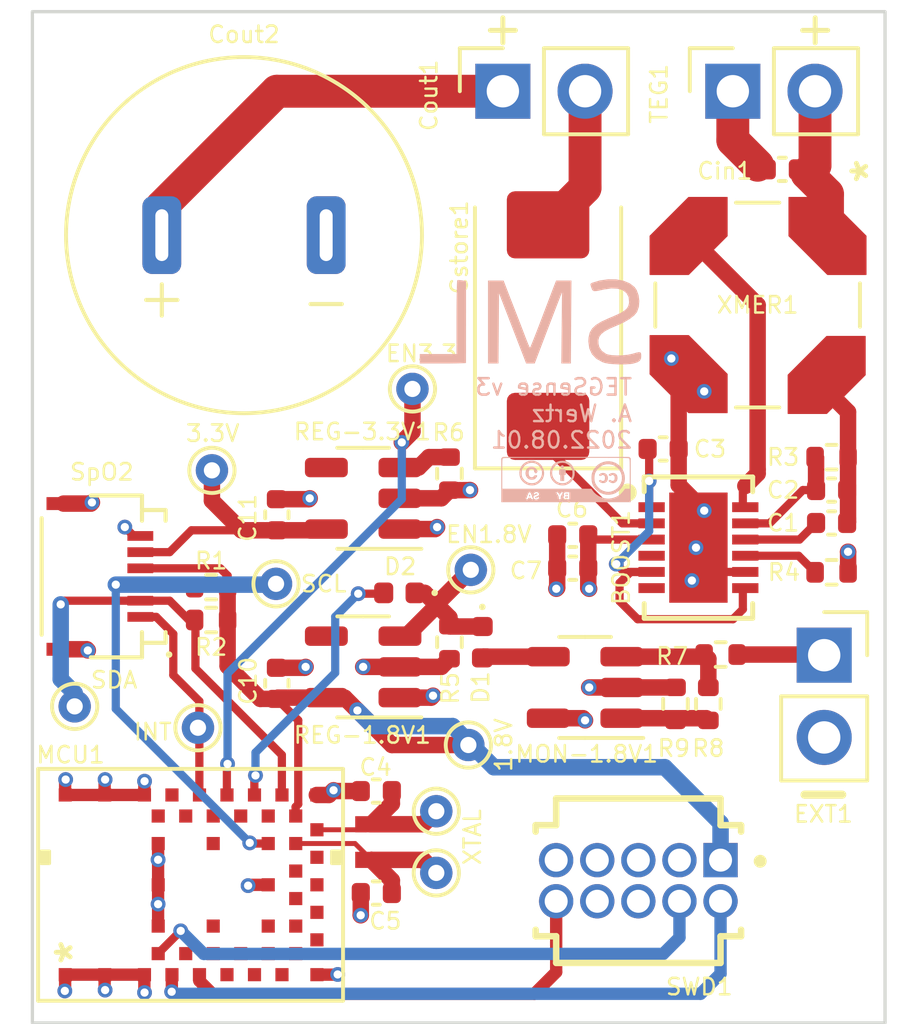
<source format=kicad_pcb>
(kicad_pcb (version 20240108) (generator "pcbnew") (generator_version "8.0")
  (layers (0 "F.Cu" signal) (1 "In1.Cu" signal) (2 "In2.Cu" signal) (31 "B.Cu" signal) (34 "B.Paste" user) (35 "F.Paste" user) (36 "B.SilkS" user "B.Silkscreen") (37 "F.SilkS" user "F.Silkscreen") (38 "B.Mask" user) (39 "F.Mask" user) (44 "Edge.Cuts" user))
  (net 0 "")
  (net 1 "Net-(C1-Pad1)")
  (net 2 "Net-(C1-Pad2)")
  (net 3 "Net-(C2-Pad2)")
  (net 4 "VAUX")
  (net 5 "GND")
  (net 6 "Net-(C4-Pad2)")
  (net 7 "Net-(C5-Pad2)")
  (net 8 "Net-(Cstore1-Pad1)")
  (net 9 "1.8V")
  (net 10 "3.3V")
  (net 11 "Net-(Cin1-Pad1)")
  (net 12 "SWDIO")
  (net 13 "SWDCLK")
  (net 14 "nRESET")
  (net 15 "SDA")
  (net 16 "SCL")
  (net 17 "SENS_INT")
  (net 18 "Net-(D1-Pad1)")
  (net 19 "MCU_EN_1.8V")
  (net 20 "Vout")
  (net 21 "EN_1.8V")
  (net 22 "Net-(R4-Pad2)")
  (net 23 "MCU_EN_3.3V")
  (net 24 "Net-(R7-Pad2)")
  (net 25 "Net-(R8-Pad2)")
  (net 28 "Net-(BOOST1-Pad12)")
  (footprint "tegsense-libs:LPR6235-752SMLC" (layer "F.Cu") (at 183.642 68.961 -90)
    (property "Reference" "XMER1")
    (property "Value" "LPR6235-752SMLC" (hide yes))
  )
  (footprint "Resistor_SMD:R_0402_1005Metric" (layer "F.Cu") (at 182.499 79.756 180)
    (property "Reference" "R7")
    (property "Value" "620k")
  )
  (footprint "posey:SAMTEC_FTSH-105-01-F-D-K" (layer "F.Cu") (at 179.955495 86.741 180)
    (property "Reference" "SWD1")
    (property "Value" "Conn_ARM_JTAG_SWD_10")
  )
  (footprint "Capacitor_SMD:C_0402_1005Metric" (layer "F.Cu") (at 184.404 64.77 180)
    (property "Reference" "Cin1")
    (property "Value" "22uF")
  )
  (footprint "Capacitor_Tantalum_SMD:CP_EIA-7343-31_Kemet-D" (layer "F.Cu") (at 177.165 69.596 90)
    (property "Reference" "Cstore1")
    (property "Value" "330u")
  )
  (footprint "Resistor_SMD:R_0402_1005Metric" (layer "F.Cu") (at 174.117 74.168 -90)
    (property "Reference" "R6")
    (property "Value" "3M")
  )
  (footprint "Diode_SMD:D_0402_1005Metric" (layer "F.Cu") (at 175.133 79.375 -90)
    (property "Reference" "D1")
    (property "Value" "0.25V")
  )
  (footprint "tegsense-libs:BMD-350-A-R" (layer "F.Cu") (at 166.116 86.868 90)
    (property "Reference" "MCU1")
    (property "Value" "uC BMD-350-A-R" (hide yes))
  )
  (footprint "Capacitor_SMD:C_0402_1005Metric" (layer "F.Cu") (at 171.8564 83.9724)
    (property "Reference" "C4")
    (property "Value" "12pF")
  )
  (footprint "Diode_SMD:D_0402_1005Metric" (layer "F.Cu") (at 172.57 77.851 180)
    (property "Reference" "D2")
    (property "Value" "0.25V")
  )
  (footprint "Capacitor_SMD:C_0402_1005Metric" (layer "F.Cu") (at 168.783 75.438 90)
    (property "Reference" "C11")
    (property "Value" "2.2uF")
  )
  (footprint "Package_TO_SOT_SMD:SOT-23-5" (layer "F.Cu") (at 178.308 80.772 180)
    (property "Reference" "MON-1.8V1")
    (property "Value" "MIC2779L")
  )
  (footprint "Package_TO_SOT_SMD:SOT-23-5" (layer "F.Cu") (at 171.45 80.137 180)
    (property "Reference" "REG-1.8V1")
    (property "Value" "S-1318-1.8V")
  )
  (footprint "Capacitor_SMD:C_0402_1005Metric" (layer "F.Cu") (at 185.928 74.676 180)
    (property "Reference" "C2")
    (property "Value" "300pF")
  )
  (footprint "tegsense-libs:KEMET_FY_Supercap" (layer "F.Cu") (at 167.767 66.802)
    (property "Reference" "Cout2")
    (property "Value" "VAR")
  )
  (footprint "tegsense-libs:TestPoint_THTPad_2x_D1.0mm_Drill0.5mm" (layer "F.Cu") (at 173.7106 85.5472 90)
    (property "Reference" "TP8" (hide yes))
    (property "Value" "XTAL")
  )
  (footprint "Resistor_SMD:R_0402_1005Metric" (layer "F.Cu") (at 166.751 77.6732 180)
    (property "Reference" "R1")
    (property "Value" "2k")
  )
  (footprint "Resistor_SMD:R_0402_1005Metric" (layer "F.Cu") (at 181.102 81.28 90)
    (property "Reference" "R9")
    (property "Value" "309k")
  )
  (footprint "Resistor_SMD:R_0402_1005Metric" (layer "F.Cu") (at 185.928 77.216 180)
    (property "Reference" "R4")
    (property "Value" "10k")
  )
  (footprint "Connector_PinSocket_2.54mm:PinSocket_1x02_P2.54mm_Vertical" (layer "F.Cu") (at 175.768 62.357 90)
    (property "Reference" "Cout1")
    (property "Value" "VAR")
  )
  (footprint "TestPoint:TestPoint_THTPad_D1.0mm_Drill0.5mm" (layer "F.Cu") (at 172.974 71.5518)
    (property "Reference" "TP4" (hide yes))
    (property "Value" "EN3.3")
  )
  (footprint "TestPoint:TestPoint_THTPad_D1.0mm_Drill0.5mm" (layer "F.Cu") (at 174.7012 82.55)
    (property "Reference" "TP1" (hide yes))
    (property "Value" "1.8V")
  )
  (footprint "posey:XTAL_ECS-.327-9-16-TR" (layer "F.Cu") (at 171.704 85.5472 90)
    (property "Reference" "Y1" (hide yes))
    (property "Value" "XTAL")
  )
  (footprint "TestPoint:TestPoint_THTPad_D1.0mm_Drill0.5mm" (layer "F.Cu") (at 166.7764 74.0664)
    (property "Reference" "TP5" (hide yes))
    (property "Value" "3.3V")
  )
  (footprint "Capacitor_SMD:C_0402_1005Metric" (layer "F.Cu") (at 168.783 80.645 90)
    (property "Reference" "C10")
    (property "Value" "2.2uF")
  )
  (footprint "Connector_PinSocket_2.54mm:PinSocket_1x02_P2.54mm_Vertical" (layer "F.Cu") (at 182.875 62.357 90)
    (property "Reference" "TEG1")
    (property "Value" "TEG")
  )
  (footprint "Capacitor_SMD:C_0402_1005Metric" (layer "F.Cu") (at 180.721 73.406)
    (property "Reference" "C3")
    (property "Value" "1uF")
  )
  (footprint "TestPoint:TestPoint_THTPad_D1.0mm_Drill0.5mm" (layer "F.Cu") (at 174.7774 77.1398)
    (property "Reference" "TP3" (hide yes))
    (property "Value" "EN1.8V")
  )
  (footprint "Resistor_SMD:R_0402_1005Metric" (layer "F.Cu") (at 166.751 78.6892 180)
    (property "Reference" "R2")
    (property "Value" "2k")
  )
  (footprint "Connector_PinSocket_2.54mm:PinSocket_1x02_P2.54mm_Vertical" (layer "F.Cu") (at 185.699 79.776)
    (property "Reference" "EXT1")
    (property "Value" "Conn_01x02")
  )
  (footprint "TestPoint:TestPoint_THTPad_D1.0mm_Drill0.5mm" (layer "F.Cu") (at 168.7576 77.5716)
    (property "Reference" "TP6" (hide yes))
    (property "Value" "SCL")
  )
  (footprint "Capacitor_SMD:C_0402_1005Metric" (layer "F.Cu") (at 177.927 76.073)
    (property "Reference" "C6")
    (property "Value" "1uF")
  )
  (footprint "TestPoint:TestPoint_THTPad_D1.0mm_Drill0.5mm" (layer "F.Cu") (at 162.5346 81.3562)
    (property "Reference" "TP7" (hide yes))
    (property "Value" "SDA")
  )
  (footprint "Resistor_SMD:R_0402_1005Metric" (layer "F.Cu") (at 182.118 81.28 -90)
    (property "Reference" "R8")
    (property "Value" "66.5k")
  )
  (footprint "tegsense-libs:TE_2328702-6" (layer "F.Cu") (at 164.563501 77.343 -90)
    (property "Reference" "SpO2")
    (property "Value" "2328702-6")
  )
  (footprint "Capacitor_SMD:C_0402_1005Metric" (layer "F.Cu") (at 185.928 75.692 180)
    (property "Reference" "C1")
    (property "Value" "1nF")
  )
  (footprint "Resistor_SMD:R_0402_1005Metric" (layer "F.Cu") (at 185.928 73.66 180)
    (property "Reference" "R3")
    (property "Value" "499k")
  )
  (footprint "Capacitor_SMD:C_0402_1005Metric" (layer "F.Cu") (at 177.927 77.089 180)
    (property "Reference" "C7")
    (property "Value" "2.2uF")
  )
  (footprint "Resistor_SMD:R_0402_1005Metric" (layer "F.Cu") (at 174.117 79.375 -90)
    (property "Reference" "R5")
    (property "Value" "3M")
  )
  (footprint "TestPoint:TestPoint_THTPad_D1.0mm_Drill0.5mm" (layer "F.Cu") (at 166.3446 82.0166)
    (property "Reference" "TP2" (hide yes))
    (property "Value" "INT")
  )
  (footprint "tegsense-libs:DFN-12_DE" (layer "F.Cu") (at 181.812209 76.454)
    (property "Reference" "BOOST1")
    (property "Value" "LTC3108IDEPBF")
  )
  (footprint "Package_TO_SOT_SMD:SOT-23-5" (layer "F.Cu") (at 171.45 74.93 180)
    (property "Reference" "REG-3.3V1")
    (property "Value" "S-1318-3.3V")
  )
  (footprint "Capacitor_SMD:C_0402_1005Metric" (layer "F.Cu") (at 171.8564 87.122)
    (property "Reference" "C5")
    (property "Value" "12pF")
  )
  (footprint "tegsense-libs:zgfx-sml-logo" (layer "B.Cu") (at 176.6062 69.469 180)
    (property "Reference" "G***" (hide yes))
    (property "Value" "LOGO" (hide yes))
  )
  (footprint "tegsense-libs:zgfx-cc-by-sa" (layer "B.Cu") (at 177.7238 74.3458 180)
    (property "Reference" "G***" (hide yes))
    (property "Value" "LOGO" (hide yes))
  )
  (gr_rect (start 161.227 59.9) (end 187.579 91.1352) (stroke (width 0.1)) (fill none) (layer "Edge.Cuts"))
  (gr_text "TEGSense v3\nA. Wertz\n2022.08.01" (at 179.8066 72.3138 0) (layer "B.SilkS") (effects (font (size 0.508 0.508) (thickness 0.0762)) (justify left mirror)))
  (gr_text "-" (at 185.674 83.9724 0) (layer "F.SilkS") (effects (font (size 1.524 1.524) (thickness 0.254))))
  (gr_text "+" (at 185.42 60.4012 0) (layer "F.SilkS") (effects (font (size 1.016 1.016) (thickness 0.1524))))
  (gr_text "+" (at 175.768 60.4012 0) (layer "F.SilkS") (effects (font (size 1.016 1.016) (thickness 0.1524))))
  (segment (start 186.436 75.664) (end 186.408 75.692) (width 0.508) (layer "F.Cu") (net 1))
  (segment (start 186.436 72.263) (end 186.436 75.664) (width 0.508) (layer "F.Cu") (net 1))
  (segment (start 185.7756 71.6026) (end 186.436 72.263) (width 0.508) (layer "F.Cu") (net 1))
  (segment (start 185.7756 71.12) (end 185.7756 71.6026) (width 0.508) (layer "F.Cu") (net 1))
  (segment (start 183.1848 76.204) (end 184.936 76.204) (width 0.254) (layer "F.Cu") (net 2))
  (segment (start 184.936 76.204) (end 185.448 75.692) (width 0.254) (layer "F.Cu") (net 2))
  (segment (start 185.448 73.69) (end 185.418 73.66) (width 0.508) (layer "F.Cu") (net 3))
  (segment (start 183.1848 75.704) (end 184.011 75.704) (width 0.254) (layer "F.Cu") (net 3))
  (segment (start 185.448 74.676) (end 185.448 73.69) (width 0.508) (layer "F.Cu") (net 3))
  (segment (start 184.011 75.704) (end 185.039 74.676) (width 0.254) (layer "F.Cu") (net 3))
  (segment (start 185.039 74.676) (end 185.448 74.676) (width 0.254) (layer "F.Cu") (net 3))
  (segment (start 180.2892 74.3966) (end 180.2892 73.4542) (width 0.254) (layer "F.Cu") (net 4))
  (segment (start 179.717 77.204) (end 179.3748 77.5462) (width 0.254) (layer "F.Cu") (net 4))
  (segment (start 183.1902 77.704) (end 183.1848 77.704) (width 0.254) (layer "F.Cu") (net 4))
  (segment (start 179.3748 78.105) (end 179.9336 78.6638) (width 0.254) (layer "F.Cu") (net 4))
  (segment (start 183.1848 78.359) (end 183.1848 77.704) (width 0.254) (layer "F.Cu") (net 4))
  (segment (start 179.3748 77.5462) (end 179.3748 78.105) (width 0.254) (layer "F.Cu") (net 4))
  (segment (start 180.2892 73.4542) (end 180.241 73.406) (width 0.254) (layer "F.Cu") (net 4))
  (segment (start 180.2892 77.204) (end 179.717 77.204) (width 0.254) (layer "F.Cu") (net 4))
  (segment (start 179.9336 78.6638) (end 182.88 78.6638) (width 0.254) (layer "F.Cu") (net 4))
  (segment (start 180.2892 77.204) (end 179.5152 77.204) (width 0.254) (layer "F.Cu") (net 4))
  (segment (start 182.88 78.6638) (end 183.1848 78.359) (width 0.254) (layer "F.Cu") (net 4))
  (segment (start 180.2892 75.204) (end 180.2892 74.3966) (width 0.254) (layer "F.Cu") (net 4))
  (segment (start 179.5152 77.204) (end 179.2732 76.962) (width 0.254) (layer "F.Cu") (net 4))
  (via (at 180.2892 74.3966) (size 0.4572) (drill 0.254) (layers "F.Cu" "B.Cu") (net 4))
  (via (at 179.2732 76.962) (size 0.4572) (drill 0.254) (layers "F.Cu" "B.Cu") (net 4))
  (segment (start 180.2892 75.946) (end 180.2892 74.3966) (width 0.254) (layer "B.Cu") (net 4))
  (segment (start 179.2732 76.962) (end 180.2892 75.946) (width 0.254) (layer "B.Cu") (net 4))
  (segment (start 181.5084 71.1454) (end 181.991 71.628) (width 0.508) (layer "F.Cu") (net 5))
  (segment (start 162.239499 84.092999) (end 162.239499 83.632501) (width 0.381) (layer "F.Cu") (net 5))
  (segment (start 169.771 74.958) (end 169.799 74.93) (width 0.508) (layer "F.Cu") (net 5))
  (segment (start 179.5725 80.772) (end 181.1 80.772) (width 0.508) (layer "F.Cu") (net 5))
  (segment (start 164.687501 90.189301) (end 164.6936 90.1954) (width 0.381) (layer "F.Cu") (net 5))
  (segment (start 178.308 65.3405) (end 177.165 66.4835) (width 1.016) (layer "F.Cu") (net 5))
  (segment (start 172.5875 80.137) (end 173.865 80.137) (width 0.508) (layer "F.Cu") (net 5))
  (segment (start 170.017499 89.643) (end 170.6562 89.643) (width 0.381) (layer "F.Cu") (net 5))
  (segment (start 181.201 73.406) (end 181.201 74.521) (width 0.508) (layer "F.Cu") (net 5))
  (segment (start 177.447 76.073) (end 177.447 77.089) (width 0.508) (layer "F.Cu") (net 5))
  (segment (start 173.865 74.93) (end 174.117 74.678) (width 0.508) (layer "F.Cu") (net 5))
  (segment (start 163.032 75.093) (end 163.068 75.057) (width 0.508) (layer "F.Cu") (net 5))
  (segment (start 163.459499 89.643001) (end 163.459499 90.104299) (width 0.381) (layer "F.Cu") (net 5))
  (segment (start 171.3764 87.8052) (end 171.3738 87.8078) (width 0.508) (layer "F.Cu") (net 5))
  (segment (start 181.737 75.565) (end 181.991 75.311) (width 0.508) (layer "F.Cu") (net 5))
  (segment (start 162.239499 89.643001) (end 164.687501 89.643001) (width 0.381) (layer "F.Cu") (net 5))
  (segment (start 162.1905 79.593) (end 162.905 79.593) (width 0.508) (layer "F.Cu") (net 5))
  (segment (start 177.447 77.089) (end 177.447 77.696) (width 0.508) (layer "F.Cu") (net 5))
  (segment (start 164.6905 76.093) (end 164.358 76.093) (width 0.254) (layer "F.Cu") (net 5))
  (segment (start 164.358 76.093) (end 164.084 75.819) (width 0.254) (layer "F.Cu") (net 5))
  (segment (start 162.905 79.593) (end 162.941 79.629) (width 0.508) (layer "F.Cu") (net 5))
  (segment (start 162.239499 83.632501) (end 162.2552 83.6168) (width 0.381) (layer "F.Cu") (net 5))
  (segment (start 173.865 80.137) (end 174.117 79.885) (width 0.508) (layer "F.Cu") (net 5))
  (segment (start 174.117 74.678) (end 174.75 74.678) (width 0.508) (layer "F.Cu") (net 5))
  (segment (start 181.5084 71.0946) (end 181.5084 71.1454) (width 0.508) (layer "F.Cu") (net 5))
  (segment (start 183.1848 77.204) (end 182.487 77.204) (width 0.254) (layer "F.Cu") (net 5))
  (segment (start 162.239499 89.643001) (end 162.239499 90.134901) (width 0.381) (layer "F.Cu") (net 5))
  (segment (start 164.687501 89.643001) (end 164.687501 90.189301) (width 0.381) (layer "F.Cu") (net 5))
  (segment (start 164.687501 84.092999) (end 164.687501 83.673699) (width 0.381) (layer "F.Cu") (net 5))
  (segment (start 181.201 74.521) (end 181.991 75.311) (width 0.508) (layer "F.Cu") (net 5))
  (segment (start 179.5725 80.772) (end 178.435 80.772) (width 0.508) (layer "F.Cu") (net 5))
  (segment (start 177.447 77.696) (end 177.419 77.724) (width 0.508) (layer "F.Cu") (net 5))
  (segment (start 181.201 71.402) (end 181.5084 71.0946) (width 0.508) (layer "F.Cu") (net 5))
  (segment (start 181.1 80.772) (end 181.102 80.77) (width 0.508) (layer "F.Cu") (net 5))
  (segment (start 172.5875 74.93) (end 173.865 74.93) (width 0.508) (layer "F.Cu") (net 5))
  (segment (start 162.1905 75.093) (end 163.032 75.093) (width 0.508) (layer "F.Cu") (net 5))
  (segment (start 168.512499 86.867999) (end 167.919401 86.867999) (width 0.381) (layer "F.Cu") (net 5))
  (segment (start 163.459499 83.631701) (end 163.4744 83.6168) (width 0.381) (layer "F.Cu") (net 5))
  (segment (start 170.3896 84.093) (end 170.5356 83.947) (width 0.508) (layer "F.Cu") (net 5))
  (segment (start 171.3764 83.9724) (end 170.561 83.9724) (width 0.508) (layer "F.Cu") (net 5))
  (segment (start 181.4576 71.0946) (end 180.975 70.612) (width 0.508) (layer "F.Cu") (net 5))
  (segment (start 164.687501 83.673699) (end 164.6936 83.6676) (width 0.381) (layer "F.Cu") (net 5))
  (segment (start 174.75 74.678) (end 174.752 74.676) (width 0.508) (layer "F.Cu") (net 5))
  (segment (start 170.6562 89.643) (end 170.6626 89.6366) (width 0.381) (layer "F.Cu") (net 5))
  (segment (start 181.5084 71.0946) (end 181.4576 71.0946) (width 0.508) (layer "F.Cu") (net 5))
  (segment (start 182.875 63.876) (end 183.642 64.643) (width 1.016) (layer "F.Cu") (net 5))
  (segment (start 163.459499 90.104299) (end 163.4744 90.1192) (width 0.381) (layer "F.Cu") (net 5))
  (segment (start 169.644 80.165) (end 169.672 80.137) (width 0.508) (layer "F.Cu") (net 5))
  (segment (start 181.737 76.454) (end 181.737 75.565) (width 0.508) (layer "F.Cu") (net 5))
  (segment (start 163.459499 84.092999) (end 163.459499 83.631701) (width 0.381) (layer "F.Cu") (net 5))
  (segment (start 178.308 62.357) (end 178.308 65.3405) (width 1.016) (layer "F.Cu") (net 5))
  (segment (start 172.5875 80.137) (end 171.45 80.137) (width 0.508) (layer "F.Cu") (net 5))
  (segment (start 171.3764 87.122) (end 171.3764 87.8052) (width 0.508) (layer "F.Cu") (net 5))
  (segment (start 162.239499 84.092999) (end 164.687501 84.092999) (width 0.381) (layer "F.Cu") (net 5))
  (segment (start 162.239499 90.134901) (end 162.2298 90.1446) (width 0.381) (layer "F.Cu") (net 5))
  (segment (start 181.737 77.343) (end 181.61 77.47) (width 0.508) (layer "F.Cu") (net 5))
  (segment (start 181.737 76.454) (end 181.737 77.343) (width 0.508) (layer "F.Cu") (net 5))
  (segment (start 168.783 74.958) (end 169.771 74.958) (width 0.508) (layer "F.Cu") (net 5))
  (segment (start 168.783 80.165) (end 169.644 80.165) (width 0.508) (layer "F.Cu") (net 5))
  (segment (start 170.017499 84.093) (end 170.3896 84.093) (width 0.508) (layer "F.Cu") (net 5))
  (segment (start 165.112499 86.093501) (end 165.112499 88.142999) (width 0.381) (layer "F.Cu") (net 5))
  (segment (start 167.919401 86.867999) (end 167.894 86.8934) (width 0.381) (layer "F.Cu") (net 5))
  (segment (start 181.201 73.406) (end 181.201 71.402) (width 0.508) (layer "F.Cu") (net 5))
  (segment (start 182.487 77.204) (end 181.737 76.454) (width 0.254) (layer "F.Cu") (net 5))
  (segment (start 182.875 62.357) (end 182.875 63.876) (width 1.016) (layer "F.Cu") (net 5))
  (segment (start 165.112499 85.592999) (end 165.112499 86.093501) (width 0.381) (layer "F.Cu") (net 5))
  (via (at 164.6936 83.6676) (size 0.4572) (drill 0.254) (layers "F.Cu" "B.Cu") (net 5))
  (via (at 174.752 74.676) (size 0.4572) (drill 0.254) (layers "F.Cu" "B.Cu") (net 5))
  (via (at 163.068 75.057) (size 0.4572) (drill 0.254) (layers "F.Cu" "B.Cu") (net 5))
  (via (at 170.5356 83.947) (size 0.4572) (drill 0.254) (layers "F.Cu" "B.Cu") (net 5))
  (via (at 181.991 71.628) (size 0.4572) (drill 0.254) (layers "F.Cu" "B.Cu") (net 5))
  (via (at 165.112499 87.464699) (size 0.4572) (drill 0.254) (layers "F.Cu" "B.Cu") (net 5))
  (via (at 169.799 74.93) (size 0.4572) (drill 0.254) (layers "F.Cu" "B.Cu") (net 5))
  (via (at 171.45 80.137) (size 0.4572) (drill 0.254) (layers "F.Cu" "B.Cu") (net 5))
  (via (at 164.084 75.819) (size 0.4572) (drill 0.254) (layers "F.Cu" "B.Cu") (net 5))
  (via (at 181.61 77.47) (size 0.4572) (drill 0.254) (layers "F.Cu" "B.Cu") (net 5))
  (via (at 169.672 80.137) (size 0.4572) (drill 0.254) (layers "F.Cu" "B.Cu") (net 5))
  (via (at 163.4744 90.1192) (size 0.4572) (drill 0.254) (layers "F.Cu" "B.Cu") (net 5))
  (via (at 171.3738 87.8078) (size 0.4572) (drill 0.254) (layers "F.Cu" "B.Cu") (net 5))
  (via (at 170.6626 89.6366) (size 0.4572) (drill 0.254) (layers "F.Cu" "B.Cu") (net 5))
  (via (at 165.112499 86.093501) (size 0.4572) (drill 0.254) (layers "F.Cu" "B.Cu") (net 5))
  (via (at 181.737 76.454) (size 0.4572) (drill 0.254) (layers "F.Cu" "B.Cu") (net 5))
  (via (at 162.2298 90.1446) (size 0.4572) (drill 0.254) (layers "F.Cu" "B.Cu") (net 5))
  (via (at 164.6936 90.1954) (size 0.4572) (drill 0.254) (layers "F.Cu" "B.Cu") (net 5))
  (via (at 167.894 86.8934) (size 0.4572) (drill 0.254) (layers "F.Cu" "B.Cu") (net 5))
  (via (at 181.991 75.311) (size 0.4572) (drill 0.254) (layers "F.Cu" "B.Cu") (net 5))
  (via (at 162.2552 83.6168) (size 0.4572) (drill 0.254) (layers "F.Cu" "B.Cu") (net 5))
  (via (at 178.435 80.772) (size 0.4572) (drill 0.254) (layers "F.Cu" "B.Cu") (net 5))
  (via (at 163.4744 83.6168) (size 0.4572) (drill 0.254) (layers "F.Cu" "B.Cu") (net 5))
  (via (at 177.419 77.724) (size 0.4572) (drill 0.254) (layers "F.Cu" "B.Cu") (net 5))
  (via (at 180.975 70.612) (size 0.4572) (drill 0.254) (layers "F.Cu" "B.Cu") (net 5))
  (via (at 162.941 79.629) (size 0.4572) (drill 0.254) (layers "F.Cu" "B.Cu") (net 5))
  (segment (start 171.704 84.9972) (end 173.3081 84.9972) (width 0.508) (layer "F.Cu") (net 6))
  (segment (start 171.533199 85.168001) (end 171.704 84.9972) (width 0.1524) (layer "F.Cu") (net 6))
  (segment (start 173.3081 84.9972) (end 173.7106 84.5947) (width 0.508) (layer "F.Cu") (net 6))
  (segment (start 172.3364 83.9724) (end 172.3364 84.3648) (width 0.508) (layer "F.Cu") (net 6))
  (segment (start 170.020999 85.168001) (end 171.533199 85.168001) (width 0.1524) (layer "F.Cu") (net 6))
  (segment (start 172.3364 84.3648) (end 171.704 84.9972) (width 0.508) (layer "F.Cu") (net 6))
  (segment (start 171.199799 85.592999) (end 171.704 86.0972) (width 0.1524) (layer "F.Cu") (net 7))
  (segment (start 172.2589 86.6521) (end 171.704 86.0972) (width 0.508) (layer "F.Cu") (net 7))
  (segment (start 171.704 86.0972) (end 173.3081 86.0972) (width 0.508) (layer "F.Cu") (net 7))
  (segment (start 173.3081 86.0972) (end 173.7106 86.4997) (width 0.508) (layer "F.Cu") (net 7))
  (segment (start 169.365999 85.592999) (end 171.199799 85.592999) (width 0.1524) (layer "F.Cu") (net 7))
  (segment (start 172.3364 86.7296) (end 171.704 86.0972) (width 0.508) (layer "F.Cu") (net 7))
  (segment (start 172.3364 87.122) (end 172.3364 86.7296) (width 0.508) (layer "F.Cu") (net 7))
  (segment (start 177.165 73.406) (end 177.165 72.7085) (width 0.254) (layer "F.Cu") (net 8))
  (segment (start 179.463 75.704) (end 177.165 73.406) (width 0.254) (layer "F.Cu") (net 8))
  (segment (start 180.2892 75.704) (end 179.463 75.704) (width 0.254) (layer "F.Cu") (net 8))
  (segment (start 167.261 77.3196) (end 167.261 77.6732) (width 0.254) (layer "F.Cu") (net 9))
  (segment (start 167.261 80.1136) (end 167.261 77.6732) (width 0.508) (layer "F.Cu") (net 9))
  (segment (start 169.4434 84.3788) (end 169.4434 81.7854) (width 0.254) (layer "F.Cu") (net 9))
  (segment (start 169.362499 84.459701) (end 169.4434 84.3788) (width 0.254) (layer "F.Cu") (net 9))
  (segment (start 168.783 81.125) (end 168.2724 81.125) (width 0.508) (layer "F.Cu") (net 9))
  (segment (start 169.4434 81.7854) (end 168.783 81.125) (width 0.254) (layer "F.Cu") (net 9))
  (segment (start 167.0344 77.093) (end 167.261 77.3196) (width 0.254) (layer "F.Cu") (net 9))
  (segment (start 168.821 81.087) (end 168.783 81.125) (width 0.508) (layer "F.Cu") (net 9))
  (segment (start 170.876 81.087) (end 171.2722 81.4832) (width 0.508) (layer "F.Cu") (net 9))
  (segment (start 170.3125 81.087) (end 168.821 81.087) (width 0.508) (layer "F.Cu") (net 9))
  (segment (start 171.2722 81.4832) (end 172.339 82.55) (width 0.508) (layer "F.Cu") (net 9))
  (segment (start 172.339 82.55) (end 174.7012 82.55) (width 0.508) (layer "F.Cu") (net 9))
  (segment (start 170.3125 81.087) (end 170.876 81.087) (width 0.508) (layer "F.Cu") (net 9))
  (segment (start 164.6905 77.093) (end 167.0344 77.093) (width 0.254) (layer "F.Cu") (net 9))
  (segment (start 169.362499 84.742999) (end 169.362499 84.459701) (width 0.254) (layer "F.Cu") (net 9))
  (segment (start 168.2724 81.125) (end 167.261 80.1136) (width 0.508) (layer "F.Cu") (net 9))
  (via (at 171.2722 81.4832) (size 0.4572) (drill 0.254) (layers "F.Cu" "B.Cu") (net 9))
  (segment (start 175.4886 83.2358) (end 180.7718 83.2358) (width 0.508) (layer "B.Cu") (net 9))
  (segment (start 180.7718 83.2358) (end 182.4955 84.9595) (width 0.508) (layer "B.Cu") (net 9))
  (segment (start 174.2186 81.9658) (end 175.4886 83.2358) (width 0.508) (layer "B.Cu") (net 9))
  (segment (start 171.7548 81.9658) (end 174.2186 81.9658) (width 0.508) (layer "B.Cu") (net 9))
  (segment (start 171.2722 81.4832) (end 171.7548 81.9658) (width 0.508) (layer "B.Cu") (net 9))
  (segment (start 182.4955 84.9595) (end 182.4955 86.36) (width 0.508) (layer "B.Cu") (net 9))
  (segment (start 165.469 76.593) (end 166.144 75.918) (width 0.254) (layer "F.Cu") (net 10))
  (segment (start 168.783 75.918) (end 167.6882 75.918) (width 0.508) (layer "F.Cu") (net 10))
  (segment (start 170.2745 75.918) (end 170.3125 75.88) (width 0.508) (layer "F.Cu") (net 10))
  (segment (start 166.7764 74.0664) (end 166.7764 75.0062) (width 0.508) (layer "F.Cu") (net 10))
  (segment (start 168.783 75.918) (end 170.2745 75.918) (width 0.508) (layer "F.Cu") (net 10))
  (segment (start 164.6905 76.593) (end 165.469 76.593) (width 0.254) (layer "F.Cu") (net 10))
  (segment (start 166.7764 75.0062) (end 167.6882 75.918) (width 0.508) (layer "F.Cu") (net 10))
  (segment (start 166.144 75.918) (end 167.6882 75.918) (width 0.254) (layer "F.Cu") (net 10))
  (segment (start 185.166 64.897) (end 185.415 64.648) (width 1.016) (layer "F.Cu") (net 11))
  (segment (start 185.801 66.8274) (end 185.801 65.532) (width 1.016) (layer "F.Cu") (net 11))
  (segment (start 185.801 65.532) (end 185.166 64.897) (width 1.016) (layer "F.Cu") (net 11))
  (segment (start 185.415 64.648) (end 185.415 62.357) (width 1.016) (layer "F.Cu") (net 11))
  (segment (start 165.537501 90.164299) (end 165.5318 90.17) (width 0.381) (layer "F.Cu") (net 12))
  (segment (start 165.537501 89.643001) (end 165.537501 90.164299) (width 0.381) (layer "F.Cu") (net 12))
  (via (at 165.5318 90.17) (size 0.4572) (drill 0.254) (layers "F.Cu" "B.Cu") (net 12))
  (segment (start 165.59578 90.23398) (end 181.87622 90.23398) (width 0.381) (layer "B.Cu") (net 12))
  (segment (start 182.4955 89.6147) (end 182.4955 87.63) (width 0.381) (layer "B.Cu") (net 12))
  (segment (start 181.87622 90.23398) (end 182.4955 89.6147) (width 0.381) (layer "B.Cu") (net 12))
  (segment (start 165.5318 90.17) (end 165.59578 90.23398) (width 0.381) (layer "B.Cu") (net 12))
  (segment (start 165.112499 88.992999) (end 165.112499 88.989101) (width 0.254) (layer "F.Cu") (net 13))
  (segment (start 165.112499 88.989101) (end 165.8112 88.2904) (width 0.254) (layer "F.Cu") (net 13))
  (via (at 165.8112 88.2904) (size 0.4572) (drill 0.254) (layers "F.Cu" "B.Cu") (net 13))
  (segment (start 165.8112 88.2904) (end 166.5224 89.0016) (width 0.381) (layer "B.Cu") (net 13))
  (segment (start 181.2255 88.4971) (end 181.2255 87.63) (width 0.381) (layer "B.Cu") (net 13))
  (segment (start 180.721 89.0016) (end 181.2255 88.4971) (width 0.381) (layer "B.Cu") (net 13))
  (segment (start 166.5224 89.0016) (end 180.721 89.0016) (width 0.381) (layer "B.Cu") (net 13))
  (segment (start 166.788057 90.23398) (end 176.74542 90.23398) (width 0.381) (layer "F.Cu") (net 14))
  (segment (start 166.387499 89.833422) (end 166.788057 90.23398) (width 0.381) (layer "F.Cu") (net 14))
  (segment (start 176.74542 90.23398) (end 177.4155 89.5639) (width 0.381) (layer "F.Cu") (net 14))
  (segment (start 166.387499 89.643001) (end 166.387499 89.833422) (width 0.381) (layer "F.Cu") (net 14))
  (segment (start 177.4155 89.5639) (end 177.4155 87.63) (width 0.381) (layer "F.Cu") (net 14))
  (segment (start 168.937499 84.092999) (end 168.937499 82.856899) (width 0.254) (layer "F.Cu") (net 15))
  (segment (start 166.2664 80.1858) (end 166.2664 78.6638) (width 0.254) (layer "F.Cu") (net 15))
  (segment (start 165.469 78.093) (end 166.0398 78.6638) (width 0.254) (layer "F.Cu") (net 15))
  (segment (start 164.6905 78.093) (end 165.469 78.093) (width 0.254) (layer "F.Cu") (net 15))
  (segment (start 166.0398 78.6638) (end 166.2664 78.6638) (width 0.254) (layer "F.Cu") (net 15))
  (segment (start 164.563501 78.093) (end 162.2164 78.093) (width 0.254) (layer "F.Cu") (net 15))
  (segment (start 168.937499 82.856899) (end 166.2664 80.1858) (width 0.254) (layer "F.Cu") (net 15))
  (segment (start 162.2164 78.093) (end 162.1028 78.2066) (width 0.254) (layer "F.Cu") (net 15))
  (via (at 162.1028 78.2066) (size 0.4572) (drill 0.254) (layers "F.Cu" "B.Cu") (net 15))
  (segment (start 162.5346 80.9498) (end 162.1028 80.518) (width 0.508) (layer "B.Cu") (net 15))
  (segment (start 162.1028 80.518) (end 162.1028 78.2066) (width 0.508) (layer "B.Cu") (net 15))
  (segment (start 162.5346 81.3562) (end 162.5346 80.9498) (width 0.508) (layer "B.Cu") (net 15))
  (segment (start 168.512499 85.592999) (end 167.965199 85.592999) (width 0.254) (layer "F.Cu") (net 16))
  (segment (start 167.965199 85.592999) (end 167.9448 85.5726) (width 0.254) (layer "F.Cu") (net 16))
  (segment (start 164.6905 77.593) (end 166.1608 77.593) (width 0.254) (layer "F.Cu") (net 16))
  (segment (start 166.1608 77.593) (end 166.241 77.6732) (width 0.254) (layer "F.Cu") (net 16))
  (segment (start 164.6865 77.597) (end 164.6905 77.593) (width 0.254) (layer "F.Cu") (net 16))
  (segment (start 163.8046 77.597) (end 164.6865 77.597) (width 0.254) (layer "F.Cu") (net 16))
  (via (at 163.8046 77.597) (size 0.4572) (drill 0.254) (layers "F.Cu" "B.Cu") (net 16))
  (via (at 167.9448 85.5726) (size 0.4572) (drill 0.254) (layers "F.Cu" "B.Cu") (net 16))
  (segment (start 163.8046 81.4324) (end 163.8046 77.597) (width 0.254) (layer "B.Cu") (net 16))
  (segment (start 167.9448 85.5726) (end 163.8046 81.4324) (width 0.254) (layer "B.Cu") (net 16))
  (segment (start 168.7322 77.597) (end 168.7576 77.5716) (width 0.508) (layer "B.Cu") (net 16))
  (segment (start 163.8046 77.597) (end 168.7322 77.597) (width 0.508) (layer "B.Cu") (net 16))
  (segment (start 165.5826 79.121) (end 165.0546 78.593) (width 0.254) (layer "F.Cu") (net 17))
  (segment (start 166.387499 81.195899) (end 165.5826 80.391) (width 0.254) (layer "F.Cu") (net 17))
  (segment (start 166.387499 84.092999) (end 166.387499 81.195899) (width 0.254) (layer "F.Cu") (net 17))
  (segment (start 165.5826 80.391) (end 165.5826 79.121) (width 0.254) (layer "F.Cu") (net 17))
  (segment (start 165.0546 78.593) (end 164.6905 78.593) (width 0.254) (layer "F.Cu") (net 17))
  (segment (start 174.117 78.613) (end 173.736 78.232) (width 0.508) (layer "F.Cu") (net 18))
  (segment (start 174.142 78.89) (end 174.117 78.865) (width 0.508) (layer "F.Cu") (net 18))
  (segment (start 173.736 78.232) (end 173.355 77.851) (width 0.508) (layer "F.Cu") (net 18))
  (segment (start 174.7774 77.1398) (end 173.736 78.1812) (width 0.508) (layer "F.Cu") (net 18))
  (segment (start 173.736 78.1812) (end 173.736 78.232) (width 0.508) (layer "F.Cu") (net 18))
  (segment (start 175.133 78.89) (end 174.142 78.89) (width 0.508) (layer "F.Cu") (net 18))
  (segment (start 172.5875 79.187) (end 172.781 79.187) (width 0.508) (layer "F.Cu") (net 18))
  (segment (start 172.781 79.187) (end 173.736 78.232) (width 0.508) (layer "F.Cu") (net 18))
  (segment (start 173.355 77.851) (end 173.055 77.851) (width 0.508) (layer "F.Cu") (net 18))
  (segment (start 174.117 78.865) (end 174.117 78.613) (width 0.508) (layer "F.Cu") (net 18))
  (segment (start 171.2976 77.8764) (end 172.0596 77.8764) (width 0.254) (layer "F.Cu") (net 19))
  (segment (start 168.087501 84.092999) (end 168.087501 83.524899) (width 0.254) (layer "F.Cu") (net 19))
  (segment (start 168.087501 83.524899) (end 168.1226 83.4898) (width 0.254) (layer "F.Cu") (net 19))
  (segment (start 172.0596 77.8764) (end 172.085 77.851) (width 0.254) (layer "F.Cu") (net 19))
  (via (at 168.1226 83.4898) (size 0.4572) (drill 0.254) (layers "F.Cu" "B.Cu") (net 19))
  (via (at 171.2976 77.8764) (size 0.4572) (drill 0.254) (layers "F.Cu" "B.Cu") (net 19))
  (segment (start 170.5864 78.5876) (end 171.2976 77.8764) (width 0.254) (layer "B.Cu") (net 19))
  (segment (start 168.1226 82.782591) (end 170.5864 80.318791) (width 0.254) (layer "B.Cu") (net 19))
  (segment (start 170.5864 78.9432) (end 170.5864 78.5876) (width 0.254) (layer "B.Cu") (net 19))
  (segment (start 170.5864 80.318791) (end 170.5864 78.9432) (width 0.254) (layer "B.Cu") (net 19))
  (segment (start 168.1226 83.4898) (end 168.1226 82.782591) (width 0.254) (layer "B.Cu") (net 19))
  (segment (start 178.538 76.204) (end 178.407 76.073) (width 0.254) (layer "F.Cu") (net 20))
  (segment (start 165.227 65.913) (end 168.783 62.357) (width 1.016) (layer "F.Cu") (net 20))
  (segment (start 173.548 81.087) (end 173.609 81.026) (width 0.508) (layer "F.Cu") (net 20))
  (segment (start 172.5875 75.88) (end 173.675 75.88) (width 0.508) (layer "F.Cu") (net 20))
  (segment (start 177.2975 81.722) (end 178.242 81.722) (width 0.508) (layer "F.Cu") (net 20))
  (segment (start 186.438 77.216) (end 186.438 76.583) (width 0.508) (layer "F.Cu") (net 20))
  (segment (start 172.5875 81.087) (end 173.548 81.087) (width 0.508) (layer "F.Cu") (net 20))
  (segment (start 178.242 81.722) (end 178.308 81.788) (width 0.508) (layer "F.Cu") (net 20))
  (segment (start 183.009 79.756) (end 185.547 79.756) (width 0.508) (layer "F.Cu") (net 20))
  (segment (start 180.2892 76.204) (end 178.538 76.204) (width 0.254) (layer "F.Cu") (net 20))
  (segment (start 165.227 66.802) (end 165.227 65.913) (width 1.016) (layer "F.Cu") (net 20))
  (segment (start 185.547 79.756) (end 185.674 79.629) (width 0.508) (layer "F.Cu") (net 20))
  (segment (start 178.407 76.073) (end 178.407 77.089) (width 0.508) (layer "F.Cu") (net 20))
  (segment (start 178.407 77.089) (end 178.407 77.696) (width 0.508) (layer "F.Cu") (net 20))
  (segment (start 173.675 75.88) (end 173.736 75.819) (width 0.508) (layer "F.Cu") (net 20))
  (segment (start 178.407 77.696) (end 178.435 77.724) (width 0.508) (layer "F.Cu") (net 20))
  (segment (start 168.783 62.357) (end 175.768 62.357) (width 1.016) (layer "F.Cu") (net 20))
  (segment (start 186.438 76.583) (end 186.436 76.581) (width 0.508) (layer "F.Cu") (net 20))
  (via (at 186.436 76.581) (size 0.4572) (drill 0.254) (layers "F.Cu" "B.Cu") (net 20))
  (via (at 173.609 81.026) (size 0.4572) (drill 0.254) (layers "F.Cu" "B.Cu") (net 20))
  (via (at 178.435 77.724) (size 0.4572) (drill 0.254) (layers "F.Cu" "B.Cu") (net 20))
  (via (at 178.308 81.788) (size 0.4572) (drill 0.254) (layers "F.Cu" "B.Cu") (net 20))
  (via (at 173.736 75.819) (size 0.4572) (drill 0.254) (layers "F.Cu" "B.Cu") (net 20))
  (segment (start 177.2975 79.822) (end 175.171 79.822) (width 0.508) (layer "F.Cu") (net 21))
  (segment (start 175.171 79.822) (end 175.133 79.86) (width 0.508) (layer "F.Cu") (net 21))
  (segment (start 184.906 76.704) (end 185.418 77.216) (width 0.254) (layer "F.Cu") (net 22))
  (segment (start 183.1848 76.704) (end 184.906 76.704) (width 0.254) (layer "F.Cu") (net 22))
  (segment (start 172.6438 73.2028) (end 172.6438 73.9237) (width 0.254) (layer "F.Cu") (net 23))
  (segment (start 167.2375 83.1557) (end 167.259 83.1342) (width 0.254) (layer "F.Cu") (net 23))
  (segment (start 172.974 71.5518) (end 172.974 72.8726) (width 0.508) (layer "F.Cu") (net 23))
  (segment (start 172.5875 73.98) (end 173.162 73.98) (width 0.508) (layer "F.Cu") (net 23))
  (segment (start 167.2375 84.092999) (end 167.2375 83.1557) (width 0.254) (layer "F.Cu") (net 23))
  (segment (start 173.484 73.658) (end 174.117 73.658) (width 0.508) (layer "F.Cu") (net 23))
  (segment (start 172.974 72.8726) (end 172.6438 73.2028) (width 0.508) (layer "F.Cu") (net 23))
  (segment (start 172.6438 73.9237) (end 172.5875 73.98) (width 0.254) (layer "F.Cu") (net 23))
  (segment (start 173.162 73.98) (end 173.484 73.658) (width 0.508) (layer "F.Cu") (net 23))
  (via (at 167.259 83.1342) (size 0.4572) (drill 0.254) (layers "F.Cu" "B.Cu") (net 23))
  (via (at 172.6438 73.2028) (size 0.4572) (drill 0.254) (layers "F.Cu" "B.Cu") (net 23))
  (segment (start 167.259 80.3402) (end 169.6212 77.978) (width 0.254) (layer "B.Cu") (net 23))
  (segment (start 172.6438 74.9554) (end 172.6438 73.2028) (width 0.254) (layer "B.Cu") (net 23))
  (segment (start 169.6212 77.978) (end 172.6438 74.9554) (width 0.254) (layer "B.Cu") (net 23))
  (segment (start 167.259 83.1342) (end 167.259 80.3402) (width 0.254) (layer "B.Cu") (net 23))
  (segment (start 182.118 80.77) (end 182.118 79.885) (width 0.508) (layer "F.Cu") (net 24))
  (segment (start 181.923 79.822) (end 181.989 79.756) (width 0.508) (layer "F.Cu") (net 24))
  (segment (start 179.5725 79.822) (end 181.923 79.822) (width 0.508) (layer "F.Cu") (net 24))
  (segment (start 182.118 79.885) (end 181.989 79.756) (width 0.508) (layer "F.Cu") (net 24))
  (segment (start 182.05 81.722) (end 182.118 81.79) (width 0.508) (layer "F.Cu") (net 25))
  (segment (start 179.5725 81.722) (end 182.05 81.722) (width 0.508) (layer "F.Cu") (net 25))
  (segment (start 183.642 74.168) (end 183.261 74.549) (width 0.508) (layer "F.Cu") (net 28))
  (segment (start 183.1848 75.204) (end 183.1848 74.6252) (width 0.254) (layer "F.Cu") (net 28))
  (segment (start 181.5084 66.8274) (end 183.642 68.961) (width 0.508) (layer "F.Cu") (net 28))
  (segment (start 183.642 74.041) (end 183.642 74.168) (width 0.508) (layer "F.Cu") (net 28))
  (segment (start 183.1848 74.6252) (end 183.261 74.549) (width 0.254) (layer "F.Cu") (net 28))
  (segment (start 183.642 68.961) (end 183.642 74.041) (width 0.508) (layer "F.Cu") (net 28))
)
</source>
